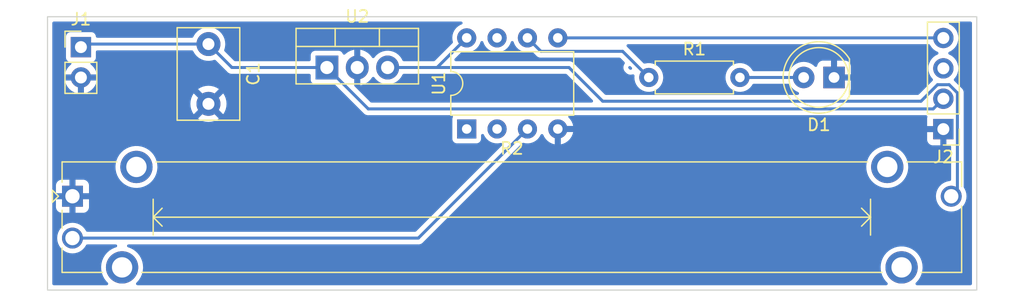
<source format=kicad_pcb>
(kicad_pcb (version 20211014) (generator pcbnew)
  (layers (0 "F.Cu" signal) (31 "B.Cu" signal) (34 "B.Paste" user) (35 "F.Paste" user) (36 "B.SilkS" user "B.Silkscreen") (37 "F.SilkS" user "F.Silkscreen") (38 "B.Mask" user) (39 "F.Mask" user) (44 "Edge.Cuts" user))
  (net 0 "")
  (net 1 "12V")
  (net 2 "GND")
  (net 3 "Net-(D1-Pad2)")
  (net 5 "PWM")
  (net 6 "5V")
  (net 7 "ADC2")
  (net 10 "LED")
  (footprint "Potentiometer_THT:Potentiometer_Bourns_PTA6043_Single_Slide" (layer "F.Cu") (at 21.9 38.636)
    (fp_text reference "R2" (at 36.75 -4) (layer "F.SilkS"))
    (fp_text value "PTA6043-2015DP-B103")
    (fp_line (start 74.37 0.823) (end 74.37 6.37) (layer "F.SilkS") (width 0.12))
    (fp_line (start 7.5 1) (end 6.75 1.75) (layer "F.SilkS") (width 0.12))
    (fp_line (start 6.75 0.25) (end 6.75 3.25) (layer "F.SilkS") (width 0.12))
    (fp_line (start 6.75 1.75) (end 66.75 1.75) (layer "F.SilkS") (width 0.12))
    (fp_line (start 66 1) (end 66.75 1.75) (layer "F.SilkS") (width 0.12))
    (fp_line (start -0.87 -2.87) (end 3.715 -2.87) (layer "F.SilkS") (width 0.12))
    (fp_line (start 66.75 0.25) (end 66.75 3.25) (layer "F.SilkS") (width 0.12))
    (fp_line (start 6.986 -2.87) (end 66.515 -2.87) (layer "F.SilkS") (width 0.12))
    (fp_line (start 74.37 -2.87) (end 74.37 -0.823) (layer "F.SilkS") (width 0.12))
    (fp_line (start -0.87 -2.87) (end -0.87 -1.175) (layer "F.SilkS") (width 0.12))
    (fp_line (start -1.175 0) (end -1.675 -0.5) (layer "F.SilkS") (width 0.12))
    (fp_line (start 5.786 6.37) (end 67.715 6.37) (layer "F.SilkS") (width 0.12))
    (fp_line (start 6.75 1.75) (end 7.5 2.5) (layer "F.SilkS") (width 0.12))
    (fp_line (start 69.786 -2.87) (end 74.37 -2.87) (layer "F.SilkS") (width 0.12))
    (fp_line (start 66.75 1.75) (end 66 2.5) (layer "F.SilkS") (width 0.12))
    (fp_line (start -1.675 0.5) (end -1.175 0) (layer "F.SilkS") (width 0.12))
    (fp_line (start 70.986 6.37) (end 74.37 6.37) (layer "F.SilkS") (width 0.12))
    (fp_line (start -1.675 -0.5) (end -1.675 0.5) (layer "F.SilkS") (width 0.12))
    (fp_line (start -0.87 6.37) (end 2.515 6.37) (layer "F.SilkS") (width 0.12))
    (fp_line (start -0.87 4.323) (end -0.87 6.37) (layer "F.SilkS") (width 0.12))
    (fp_line (start -0.87 1.175) (end -0.87 2.678) (layer "F.SilkS") (width 0.12))
    (pad "1" thru_hole rect (at 0 0) (size 1.75 1.75) (drill 1.2) (layers *.Cu *.Mask) (net 2 "GND"))
    (pad "2" thru_hole circle (at 0 3.5) (size 1.75 1.75) (drill 1.2) (layers *.Cu *.Mask) (net 7 "ADC2"))
    (pad "3" thru_hole circle (at 73.5 0) (size 1.75 1.75) (drill 1.2) (layers *.Cu *.Mask) (net 6 "5V"))
    (pad "MP" thru_hole circle (at 68.15 -2.45) (size 2.7 2.7) (drill 1.7) (layers *.Cu *.Mask))
    (pad "MP" thru_hole circle (at 69.35 5.95) (size 2.7 2.7) (drill 1.7) (layers *.Cu *.Mask))
    (pad "MP" thru_hole circle (at 5.35 -2.45) (size 2.7 2.7) (drill 1.7) (layers *.Cu *.Mask))
    (pad "MP" thru_hole circle (at 4.15 5.95) (size 2.7 2.7) (drill 1.7) (layers *.Cu *.Mask))
  )
  (footprint "Connector_PinHeader_2.54mm:PinHeader_1x04_P2.54mm_Vertical" (layer "F.Cu") (at 94.742 33.02 180)
    (fp_text reference "J2" (at 0 -2.33) (layer "F.SilkS"))
    (fp_text value "Conn_01x04_Male")
    (fp_line (start -1.33 1.27) (end -1.33 8.95) (layer "F.SilkS") (width 0.12))
    (fp_line (start 1.33 1.27) (end 1.33 8.95) (layer "F.SilkS") (width 0.12))
    (fp_line (start -1.33 0) (end -1.33 -1.33) (layer "F.SilkS") (width 0.12))
    (fp_line (start -1.33 -1.33) (end 0 -1.33) (layer "F.SilkS") (width 0.12))
    (fp_line (start -1.33 1.27) (end 1.33 1.27) (layer "F.SilkS") (width 0.12))
    (fp_line (start -1.33 8.95) (end 1.33 8.95) (layer "F.SilkS") (width 0.12))
    (pad "1" thru_hole rect (at 0 0 180) (size 1.7 1.7) (drill 1) (layers *.Cu *.Mask) (net 2 "GND"))
    (pad "2" thru_hole oval (at 0 2.54 180) (size 1.7 1.7) (drill 1) (layers *.Cu *.Mask) (net 1 "12V"))
    (pad "3" thru_hole oval (at 0 5.08 180) (size 1.7 1.7) (drill 1) (layers *.Cu *.Mask))
    (pad "4" thru_hole oval (at 0 7.62 180) (size 1.7 1.7) (drill 1) (layers *.Cu *.Mask) (net 5 "PWM"))
  )
  (footprint "Package_TO_SOT_THT:TO-220-3_Vertical" (layer "F.Cu") (at 43.18 27.869)
    (fp_text reference "U2" (at 2.54 -4.27) (layer "F.SilkS"))
    (fp_text value "LM7805_TO220")
    (fp_line (start -2.58 -1.76) (end 7.66 -1.76) (layer "F.SilkS") (width 0.12))
    (fp_line (start -2.58 -3.27) (end -2.58 1.371) (layer "F.SilkS") (width 0.12))
    (fp_line (start 4.391 -3.27) (end 4.391 -1.76) (layer "F.SilkS") (width 0.12))
    (fp_line (start -2.58 -3.27) (end 7.66 -3.27) (layer "F.SilkS") (width 0.12))
    (fp_line (start 7.66 -3.27) (end 7.66 1.371) (layer "F.SilkS") (width 0.12))
    (fp_line (start 0.69 -3.27) (end 0.69 -1.76) (layer "F.SilkS") (width 0.12))
    (fp_line (start -2.58 1.371) (end 7.66 1.371) (layer "F.SilkS") (width 0.12))
    (pad "1" thru_hole rect (at 0 0) (size 1.905 2) (drill 1.1) (layers *.Cu *.Mask) (net 1 "12V"))
    (pad "2" thru_hole oval (at 2.54 0) (size 1.905 2) (drill 1.1) (layers *.Cu *.Mask) (net 2 "GND"))
    (pad "3" thru_hole oval (at 5.08 0) (size 1.905 2) (drill 1.1) (layers *.Cu *.Mask) (net 6 "5V"))
  )
  (footprint "Capacitor_THT:C_Disc_D7.5mm_W5.0mm_P5.00mm" (layer "F.Cu") (at 33.274 25.908 -90)
    (fp_text reference "C1" (at 2.5 -3.75 90) (layer "F.SilkS"))
    (fp_text value "0.33uF")
    (fp_line (start 6.37 -2.62) (end 6.37 2.62) (layer "F.SilkS") (width 0.12))
    (fp_line (start -1.37 -2.62) (end -1.37 2.62) (layer "F.SilkS") (width 0.12))
    (fp_line (start -1.37 2.62) (end 6.37 2.62) (layer "F.SilkS") (width 0.12))
    (fp_line (start -1.37 -2.62) (end 6.37 -2.62) (layer "F.SilkS") (width 0.12))
    (pad "1" thru_hole circle (at 0 0 270) (size 2 2) (drill 1) (layers *.Cu *.Mask) (net 1 "12V"))
    (pad "2" thru_hole circle (at 5 0 270) (size 2 2) (drill 1) (layers *.Cu *.Mask) (net 2 "GND"))
  )
  (footprint "Package_DIP:DIP-8_W7.62mm" (layer "F.Cu") (at 54.874 33.01 90)
    (fp_text reference "U1" (at 3.81 -2.33 90) (layer "F.SilkS"))
    (fp_text value "ATtiny85-20P")
    (fp_line (start 6.46 8.95) (end 6.46 -1.33) (layer "F.SilkS") (width 0.12))
    (fp_line (start 1.16 -1.33) (end 1.16 8.95) (layer "F.SilkS") (width 0.12))
    (fp_line (start 6.46 -1.33) (end 4.81 -1.33) (layer "F.SilkS") (width 0.12))
    (fp_line (start 2.81 -1.33) (end 1.16 -1.33) (layer "F.SilkS") (width 0.12))
    (fp_line (start 1.16 8.95) (end 6.46 8.95) (layer "F.SilkS") (width 0.12))
    (fp_arc (start 4.81 -1.33) (mid 3.81 -0.33) (end 2.81 -1.33) (layer "F.SilkS") (width 0.12))
    (pad "1" thru_hole rect (at 0 0 90) (size 1.6 1.6) (drill 0.8) (layers *.Cu *.Mask))
    (pad "2" thru_hole oval (at 0 2.54 90) (size 1.6 1.6) (drill 0.8) (layers *.Cu *.Mask))
    (pad "3" thru_hole oval (at 0 5.08 90) (size 1.6 1.6) (drill 0.8) (layers *.Cu *.Mask) (net 7 "ADC2"))
    (pad "4" thru_hole oval (at 0 7.62 90) (size 1.6 1.6) (drill 0.8) (layers *.Cu *.Mask) (net 2 "GND"))
    (pad "5" thru_hole oval (at 7.62 7.62 90) (size 1.6 1.6) (drill 0.8) (layers *.Cu *.Mask) (net 5 "PWM"))
    (pad "6" thru_hole oval (at 7.62 5.08 90) (size 1.6 1.6) (drill 0.8) (layers *.Cu *.Mask) (net 10 "LED"))
    (pad "7" thru_hole oval (at 7.62 2.54 90) (size 1.6 1.6) (drill 0.8) (layers *.Cu *.Mask))
    (pad "8" thru_hole oval (at 7.62 0 90) (size 1.6 1.6) (drill 0.8) (layers *.Cu *.Mask) (net 6 "5V"))
  )
  (footprint "Resistor_THT:R_Axial_DIN0207_L6.3mm_D2.5mm_P7.62mm_Horizontal" (layer "F.Cu") (at 70.104 28.702)
    (fp_text reference "R1" (at 3.81 -2.37) (layer "F.SilkS"))
    (fp_text value "110")
    (fp_line (start 0.54 -1.04) (end 0.54 -1.37) (layer "F.SilkS") (width 0.12))
    (fp_line (start 0.54 -1.37) (end 7.08 -1.37) (layer "F.SilkS") (width 0.12))
    (fp_line (start 0.54 1.04) (end 0.54 1.37) (layer "F.SilkS") (width 0.12))
    (fp_line (start 7.08 -1.37) (end 7.08 -1.04) (layer "F.SilkS") (width 0.12))
    (fp_line (start 0.54 1.37) (end 7.08 1.37) (layer "F.SilkS") (width 0.12))
    (fp_line (start 7.08 1.37) (end 7.08 1.04) (layer "F.SilkS") (width 0.12))
    (pad "1" thru_hole circle (at 0 0) (size 1.6 1.6) (drill 0.8) (layers *.Cu *.Mask) (net 10 "LED"))
    (pad "2" thru_hole oval (at 7.62 0) (size 1.6 1.6) (drill 0.8) (layers *.Cu *.Mask) (net 3 "Net-(D1-Pad2)"))
  )
  (footprint "LED_THT:LED_D5.0mm" (layer "F.Cu") (at 85.598 28.702 180)
    (fp_text reference "D1" (at 1.27 -3.96) (layer "F.SilkS"))
    (fp_text value "LED")
    (fp_line (start -1.29 -1.545) (end -1.29 1.545) (layer "F.SilkS") (width 0.12))
    (fp_arc (start 4.26 -0.000462) (mid 2.072002 2.880433) (end -1.29 1.54483) (layer "F.SilkS") (width 0.12))
    (fp_arc (start -1.29 -1.54483) (mid 2.072002 -2.880433) (end 4.26 0.000462) (layer "F.SilkS") (width 0.12))
    (fp_circle (center 1.27 0) (end 3.77 0) (layer "F.SilkS") (width 0.12) (fill none))
    (pad "1" thru_hole rect (at 0 0 180) (size 1.8 1.8) (drill 0.9) (layers *.Cu *.Mask) (net 2 "GND"))
    (pad "2" thru_hole circle (at 2.54 0 180) (size 1.8 1.8) (drill 0.9) (layers *.Cu *.Mask) (net 3 "Net-(D1-Pad2)"))
  )
  (footprint "Connector_PinHeader_2.54mm:PinHeader_1x02_P2.54mm_Vertical" (layer "F.Cu") (at 22.606 26.162)
    (fp_text reference "J1" (at 0 -2.33) (layer "F.SilkS"))
    (fp_text value "Conn_01x02_Male")
    (fp_line (start -1.33 0) (end -1.33 -1.33) (layer "F.SilkS") (width 0.12))
    (fp_line (start -1.33 3.87) (end 1.33 3.87) (layer "F.SilkS") (width 0.12))
    (fp_line (start 1.33 1.27) (end 1.33 3.87) (layer "F.SilkS") (width 0.12))
    (fp_line (start -1.33 -1.33) (end 0 -1.33) (layer "F.SilkS") (width 0.12))
    (fp_line (start -1.33 1.27) (end 1.33 1.27) (layer "F.SilkS") (width 0.12))
    (fp_line (start -1.33 1.27) (end -1.33 3.87) (layer "F.SilkS") (width 0.12))
    (pad "1" thru_hole rect (at 0 0) (size 1.7 1.7) (drill 1) (layers *.Cu *.Mask) (net 1 "12V"))
    (pad "2" thru_hole oval (at 0 2.54) (size 1.7 1.7) (drill 1) (layers *.Cu *.Mask) (net 2 "GND"))
  )
  (gr_rect (start 19.812 23.622) (end 97.536 46.482) (layer "Edge.Cuts") (width 0.1) (fill none))
  (segment (start 33.02 25.908) (end 33.274 25.654) (width 0.25) (layer "F.Cu") (net 1))
  (segment (start 33.274 25.908) (end 35.235 27.869) (width 0.25) (layer "B.Cu") (net 1))
  (segment (start 93.892 31.33) (end 46.641 31.33) (width 0.25) (layer "B.Cu") (net 1))
  (segment (start 33.274 25.908) (end 22.86 25.908) (width 0.25) (layer "B.Cu") (net 1))
  (segment (start 94.742 30.48) (end 93.892 31.33) (width 0.25) (layer "B.Cu") (net 1))
  (segment (start 22.86 25.908) (end 22.606 26.162) (width 0.25) (layer "B.Cu") (net 1))
  (segment (start 46.641 31.33) (end 43.18 27.869) (width 0.25) (layer "B.Cu") (net 1))
  (segment (start 35.235 27.869) (end 43.18 27.869) (width 0.25) (layer "B.Cu") (net 1))
  (segment (start 77.724 28.702) (end 83.058 28.702) (width 0.25) (layer "B.Cu") (net 3))
  (segment (start 94.732 25.39) (end 94.742 25.4) (width 0.25) (layer "F.Cu") (net 5))
  (segment (start 62.494 25.39) (end 94.732 25.39) (width 0.25) (layer "B.Cu") (net 5))
  (segment (start 95.916511 38.119489) (end 95.4 38.636) (width 0.25) (layer "B.Cu") (net 6))
  (segment (start 95.228499 29.305489) (end 95.916511 29.993501) (width 0.25) (layer "B.Cu") (net 6))
  (segment (start 92.872479 30.688511) (end 94.255501 29.305489) (width 0.25) (layer "B.Cu") (net 6))
  (segment (start 63.429 27.869) (end 66.248511 30.688511) (width 0.25) (layer "B.Cu") (net 6))
  (segment (start 95.916511 29.993501) (end 95.916511 38.119489) (width 0.25) (layer "B.Cu") (net 6))
  (segment (start 66.248511 30.688511) (end 92.872479 30.688511) (width 0.25) (layer "B.Cu") (net 6))
  (segment (start 48.26 27.869) (end 52.395 27.869) (width 0.25) (layer "B.Cu") (net 6))
  (segment (start 68.509 27.869) (end 68.58 27.94) (width 0.25) (layer "B.Cu") (net 6))
  (segment (start 52.395 27.869) (end 54.874 25.39) (width 0.25) (layer "B.Cu") (net 6))
  (segment (start 94.255501 29.305489) (end 95.228499 29.305489) (width 0.25) (layer "B.Cu") (net 6))
  (segment (start 48.26 27.869) (end 63.429 27.869) (width 0.25) (layer "B.Cu") (net 6))
  (segment (start 59.954 33.01) (end 50.828 42.136) (width 0.25) (layer "B.Cu") (net 7))
  (segment (start 50.828 42.136) (end 21.9 42.136) (width 0.25) (layer "B.Cu") (net 7))
  (segment (start 67.916511 26.514511) (end 70.104 28.702) (width 0.25) (layer "B.Cu") (net 10))
  (segment (start 59.954 25.39) (end 61.078511 26.514511) (width 0.25) (layer "B.Cu") (net 10))
  (segment (start 61.078511 26.514511) (end 67.916511 26.514511) (width 0.25) (layer "B.Cu") (net 10))
  (zone (net 2) (net_name "GND") (layer "B.Cu") (connect_pads (clearance 0.4)) (min_thickness 0.254) (fill yes (thermal_gap 0.508) (thermal_bridge_width 0.508))
    (polygon (pts (xy 97.282 46.228) (xy 20.066 46.228) (xy 20.066 23.876) (xy 97.282 23.876)))
  )
)
</source>
